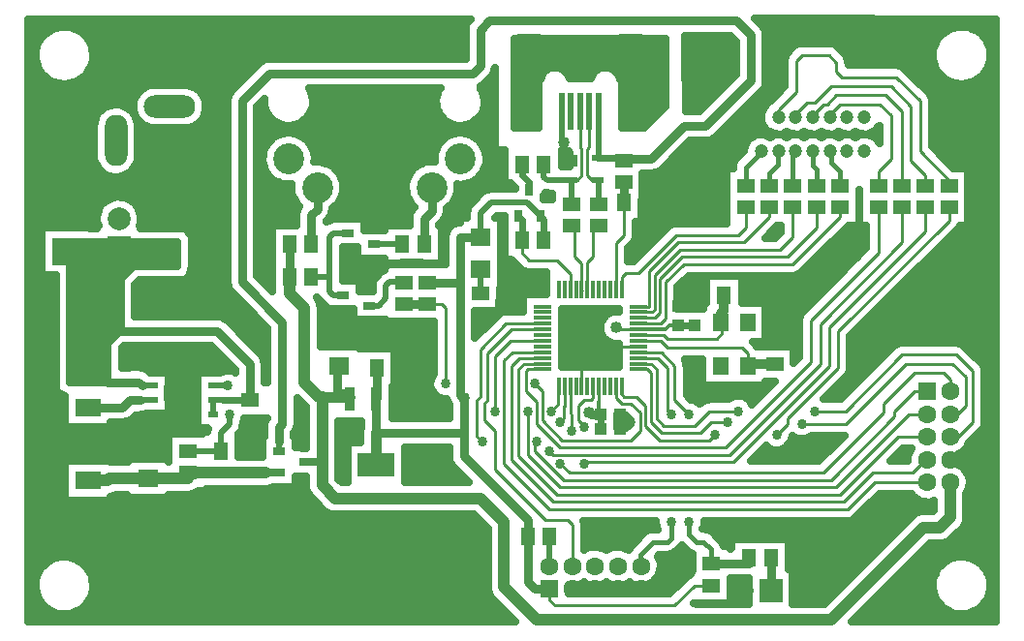
<source format=gbr>
G04 DipTrace 2.4.0.2*
%INmainboard_Top.gbr*%
%MOIN*%
%ADD13C,0.03*%
%ADD14C,0.036*%
%ADD15C,0.022*%
%ADD16C,0.014*%
%ADD17C,0.0118*%
%ADD18C,0.01*%
%ADD19C,0.02*%
%ADD20C,0.04*%
%ADD21C,0.026*%
%ADD22C,0.024*%
%ADD23C,0.0256*%
%ADD24C,0.032*%
%ADD25C,0.016*%
%ADD26C,0.039*%
%ADD27C,0.05*%
%ADD28C,0.07*%
%ADD29C,0.0236*%
%ADD30C,0.025*%
%ADD31R,0.0531X0.0531*%
%ADD32C,0.0531*%
%ADD33R,0.063X0.0709*%
%ADD34R,0.0591X0.0512*%
%ADD35R,0.0709X0.063*%
%ADD36R,0.0512X0.0591*%
%ADD37R,0.0433X0.0394*%
%ADD38R,0.0394X0.0433*%
%ADD39R,0.0945X0.0945*%
%ADD40C,0.0945*%
%ADD42R,0.0413X0.0256*%
%ADD43R,0.0394X0.0394*%
%ADD44R,0.0394X0.0236*%
%ADD46R,0.0354X0.0201*%
%ADD47R,0.1024X0.1378*%
%ADD48R,0.0374X0.0846*%
%ADD49R,0.128X0.0846*%
%ADD50O,0.1969X0.0787*%
%ADD51O,0.1772X0.0787*%
%ADD52O,0.0787X0.1772*%
%ADD53C,0.1063*%
%ADD54R,0.0197X0.1299*%
%ADD55R,0.0787X0.1299*%
%ADD56R,0.0787X0.0984*%
%ADD58C,0.0472*%
%ADD59C,0.0787*%
%ADD60R,0.0591X0.0591*%
%ADD61C,0.063*%
%ADD62R,0.0787X0.0787*%
%ADD63C,0.0787*%
%ADD64R,0.0866X0.063*%
%ADD65R,0.0256X0.0413*%
%ADD67R,0.063X0.0118*%
%ADD68R,0.0118X0.063*%
%ADD69R,0.0551X0.063*%
%ADD71C,0.034*%
%FSLAX44Y44*%
G04*
G70*
G90*
G75*
G01*
%LNTop*%
%LPD*%
X16045Y11734D2*
D13*
Y10608D1*
D14*
Y9451D1*
X21687Y18031D2*
D15*
X21810Y17908D1*
Y17187D1*
X16045Y11734D2*
D13*
X16063Y11752D1*
Y12811D1*
X27002Y14251D2*
D15*
X26437D1*
Y14250D1*
D16*
X26125D1*
D17*
X26002Y14127D1*
X25062D1*
X23752Y10688D2*
D15*
Y11188D1*
D16*
X23704Y11236D1*
Y11629D1*
D18*
Y12179D1*
X27566Y5313D2*
D13*
X27564Y5312D1*
X22001Y5187D2*
X21501D1*
X21251Y5437D1*
Y7000D1*
X22001Y5187D2*
D18*
Y4812D1*
X22189Y4625D1*
X26314D1*
X27002Y5312D1*
X27564D1*
X27566Y5313D1*
X17813Y15749D2*
D13*
X18939D1*
Y11875D1*
X19064Y11750D1*
Y10562D1*
X16091D1*
X16045Y10608D1*
X21687Y18031D2*
D19*
X21217Y18501D1*
X20001D1*
X19626Y18126D1*
Y17313D1*
X19638Y17302D1*
D13*
X18939D1*
Y15749D1*
X23752Y11188D2*
X23439D1*
X23377Y11250D1*
X24314Y14188D2*
D18*
X24378Y14125D1*
X25059D1*
X25062Y14127D1*
X19064Y10562D2*
D13*
Y9750D1*
X21251Y7562D1*
Y7000D1*
X13062Y17062D2*
X13064Y17060D1*
Y15937D1*
X14751Y12875D2*
X14688D1*
Y11938D1*
X15140D1*
Y11734D1*
X13064Y15937D2*
D20*
Y15373D1*
X13563Y14873D1*
Y12313D1*
X14064Y11812D1*
D14*
X14188D1*
X15140D1*
D15*
Y11734D1*
X13593Y9564D2*
D21*
X14188D1*
D20*
Y11812D1*
Y9564D2*
Y8750D1*
X14626Y8312D1*
X19626D1*
X20439Y7500D1*
Y5250D1*
X21564Y4125D1*
X31690D1*
X34878Y7312D1*
X35440D1*
X35787Y7659D1*
Y8850D1*
X25062Y14324D2*
D18*
X25824D1*
X26000Y14500D1*
Y15750D1*
X26626Y16376D1*
X30377D1*
X32002Y18001D1*
Y18316D1*
X25062Y14521D2*
X25647D1*
X25814Y14688D1*
Y15876D1*
X26564Y16626D1*
X30190D1*
X31190Y17626D1*
Y18316D1*
X25062Y14718D2*
X25532D1*
X25627Y14813D1*
Y16001D1*
X26502Y16876D1*
X29940D1*
X30377Y17313D1*
Y18316D1*
X29565D2*
Y18001D1*
X28690Y17126D1*
X26438D1*
X25437Y16125D1*
Y14915D1*
X25062D1*
X24491Y15486D2*
Y15928D1*
X24627Y16063D1*
X25064D1*
X26377Y17376D1*
X28502D1*
X28752Y17626D1*
Y18316D1*
X23687Y17687D2*
X23502Y17502D1*
Y16626D1*
X23310Y16434D1*
Y15486D1*
X23113D2*
X23125Y15474D1*
X22750Y17687D2*
X22876Y17560D1*
Y16626D1*
X23113Y16389D1*
Y15486D1*
X26937Y23625D2*
D13*
Y22687D1*
Y22000D2*
D15*
Y22687D1*
X8187Y10102D2*
D13*
Y11024D1*
D19*
X8350Y11187D1*
X15062Y16689D2*
D22*
X15314Y16437D1*
X15812D1*
Y15963D1*
D23*
Y15685D1*
X16811Y12811D2*
D13*
X16951Y12671D1*
Y11734D1*
X15812Y16437D2*
D22*
X15937D1*
X16811Y12811D2*
D13*
Y13563D1*
X15937D1*
Y13937D1*
X22500Y20562D2*
D19*
X22427Y20634D1*
Y21625D1*
X22750Y19937D2*
D15*
X22500Y20187D1*
Y20562D1*
X7727Y13188D2*
X7728Y13187D1*
X8475D1*
Y13022D1*
D19*
X8350D1*
Y12687D1*
Y11187D2*
X8638D1*
D15*
X8937D1*
X9156Y11406D1*
X9394Y11644D1*
Y11687D1*
Y11935D1*
X9437Y11978D1*
Y12687D1*
X10150D1*
D19*
X10437D1*
X9437D2*
D15*
X8638D1*
D19*
X8350D1*
X9437Y13250D2*
D15*
Y12687D1*
X11435Y9937D2*
Y10310D1*
X11569Y10444D1*
X11687Y10562D1*
Y10939D1*
X14751Y13978D2*
X15211D1*
X15626Y13563D1*
X15937D1*
X24421Y11188D2*
Y10688D1*
X26437Y14919D2*
X27002D1*
Y14920D1*
X29752Y14813D2*
D13*
Y13686D1*
X25062Y13537D2*
D18*
X24087D1*
X24062Y13562D1*
X26752Y15251D2*
D13*
Y14920D1*
X27002D1*
X19627Y14627D2*
Y14188D1*
X24421Y11188D2*
D19*
Y10938D1*
D13*
X24752D1*
X23113Y12179D2*
D18*
Y12926D1*
X23187Y13000D1*
X9187Y12187D2*
D15*
X9396Y11978D1*
X9437D1*
X9187Y11687D2*
X9156Y11656D1*
Y11406D1*
X9687Y11687D2*
X9394D1*
X9187Y11187D2*
X8937D1*
X25311Y18499D2*
D13*
X25373Y18437D1*
X26437D1*
X28752Y15313D2*
D24*
X29752D1*
X27566Y6061D2*
D13*
X28879D1*
Y6250D1*
X25062Y13340D2*
D18*
X25850D1*
X26314Y12875D1*
Y11688D1*
X26814Y11188D1*
Y7500D2*
D25*
Y7062D1*
X27064Y6812D1*
X27314D1*
X27566Y6561D1*
Y6061D1*
X17001Y15001D2*
D13*
X17813D1*
X24294Y12179D2*
D18*
Y11770D1*
X24502Y11563D1*
X24814D1*
X25127Y11250D1*
Y10625D1*
X24814Y10313D1*
X22439D1*
X21751Y11000D1*
Y12000D1*
X21501Y12250D1*
X18439D2*
Y14876D1*
X18314Y15001D1*
X17813D1*
X25062Y13734D2*
X25046Y13750D1*
X25062Y13734D2*
X25831D1*
X26064Y13501D1*
X28627D1*
X28815Y13313D1*
Y12875D1*
X29752Y12938D2*
D24*
X28877D1*
X28815Y12875D1*
X25062Y13931D2*
D18*
X25947D1*
X26064Y13813D1*
X27752D1*
X27940Y14001D1*
Y14341D1*
X27909Y14372D1*
D24*
Y14658D1*
X28002Y14751D1*
Y15311D1*
X28004Y15313D1*
X19638Y16200D2*
D19*
Y15385D1*
X19627Y15375D1*
X16937Y17062D2*
X16437D1*
X16436Y17063D1*
X15968D1*
X17685Y17062D2*
D13*
X17687Y17064D1*
Y17937D1*
X17953Y18203D1*
Y19015D1*
X14016D2*
Y18266D1*
X13810Y18060D1*
Y17062D1*
X13812Y15937D2*
D19*
X14437D1*
Y15437D1*
X14563Y15311D1*
X14906D1*
X14437Y15937D2*
Y17312D1*
X14562Y17437D1*
X15062D1*
X23057Y21625D2*
D18*
Y20397D1*
X23107Y20347D1*
Y19420D1*
X22955Y19268D1*
X22750D1*
D19*
Y18435D1*
X21811Y19813D2*
Y19375D1*
X21919Y19268D1*
X22750D1*
X23655D2*
D18*
X23466D1*
X23307Y19427D1*
Y20337D1*
X23372Y20402D1*
Y21625D1*
X23655Y19268D2*
D19*
X23687Y19236D1*
Y18435D1*
X21313Y18937D2*
D15*
Y19186D1*
X21063Y19436D1*
Y19813D1*
X21305Y23794D2*
D13*
X24809D1*
Y21625D2*
Y23794D1*
X25835Y23625D2*
X24978D1*
X24809Y23794D1*
X25835Y23625D2*
Y22687D1*
X21305Y23794D2*
Y21625D1*
X6125Y11437D2*
X7312D1*
X7562Y11687D1*
X7937D1*
D19*
X8350D1*
X9563Y9936D2*
X10687D1*
Y9937D1*
X10437Y12187D2*
X10937D1*
X11000Y11188D2*
Y10875D1*
X10687Y10562D1*
Y9937D1*
X8187Y9000D2*
D20*
X9563D1*
Y9188D1*
X6125Y8917D2*
X6792D1*
X6875Y9000D1*
X8187D1*
X9563Y9188D2*
D26*
X9565Y9190D1*
X12224D1*
D23*
X12688D1*
X10437Y11187D2*
D19*
Y11687D1*
X10764D1*
D22*
X11687D1*
X9063Y16813D2*
D27*
X7187D1*
D13*
Y16937D1*
X5375Y16813D2*
D28*
X7187D1*
X6625Y13188D2*
D19*
Y12500D1*
D13*
X6812Y12313D1*
X7875D1*
X8001Y12187D1*
D19*
X8350D1*
X11687Y11687D2*
D13*
Y12937D1*
X10561Y14063D1*
X6750D1*
Y13313D1*
X6625Y13188D1*
X6750Y14063D2*
D28*
Y16751D1*
D13*
X6936Y16937D1*
X7187D1*
X15812Y14937D2*
D19*
X16125D1*
X16376Y15188D1*
Y15626D1*
X16501Y15751D1*
X16999D1*
X17001Y15749D1*
X29627Y5125D2*
D13*
Y6250D1*
X30377Y19064D2*
D25*
Y20162D1*
X30471Y20256D1*
X31190Y19064D2*
Y19626D1*
X31065Y19751D1*
Y20253D1*
X31062Y20256D1*
X29881Y21437D2*
D18*
Y21693D1*
X30502Y22314D1*
Y23377D1*
X30690Y23564D1*
X31627D1*
X31877Y23314D1*
Y23002D1*
X32065Y22814D1*
X33935D1*
X34750Y22000D1*
Y20250D1*
X35753Y19246D1*
Y19064D1*
X30471Y21437D2*
Y21533D1*
X30877Y21939D1*
X31127D1*
X31690Y22501D1*
X33748D1*
X34437Y21812D1*
Y19937D1*
X34937Y19437D1*
Y19067D1*
X34940Y19064D1*
X29290Y20256D2*
D25*
Y20227D1*
X28752Y19689D1*
Y19064D1*
X31062Y21437D2*
D18*
Y21499D1*
X31440Y21876D1*
X31565D1*
X31877Y22189D1*
X33560D1*
X34128Y21621D1*
Y19064D1*
X31653Y21437D2*
Y21526D1*
X32002Y21876D1*
X33378D1*
X33753Y21501D1*
Y20001D1*
X33315Y19564D1*
Y19064D1*
X32002D2*
D25*
Y19564D1*
X31690Y19876D1*
Y20219D1*
X31653Y20256D1*
X29565Y19064D2*
Y19501D1*
X29877Y19814D1*
Y20252D1*
X29881Y20256D1*
X25062Y13143D2*
D18*
X25734D1*
X26064Y12813D1*
Y11310D1*
X26187Y11187D1*
Y7500D2*
D25*
Y6935D1*
X26064Y6812D1*
X25564D1*
X25127Y6375D1*
Y5999D1*
D18*
X25151Y5975D1*
X35000Y8850D2*
X34975Y8875D1*
X33190D1*
X32252Y7937D1*
X22001D1*
X20437Y9502D1*
Y13061D1*
X20716Y13340D1*
X21755D1*
X35000Y9637D2*
X34987Y9625D1*
X34937D1*
X34500Y9187D1*
X33127D1*
X32127Y8187D1*
X22126D1*
X20689Y9625D1*
Y12875D1*
X20957Y13143D1*
X21755D1*
X35000Y11212D2*
X34974Y11187D1*
X34377D1*
X31877Y8688D1*
X22376D1*
X21251Y9813D1*
Y11313D1*
X20126D2*
Y13188D1*
X20672Y13734D1*
X21755D1*
X35000Y12000D2*
X34562D1*
X33878Y11315D1*
Y11125D1*
X31690Y8938D1*
X22501D1*
X21501Y9938D1*
Y10250D1*
X21564Y10313D1*
Y10250D1*
X19689D2*
X19501Y10438D1*
Y11688D1*
X19626Y11813D1*
Y13438D1*
X20512Y14324D1*
X21755D1*
X35787Y12000D2*
Y12404D1*
X35565Y12625D1*
X34565D1*
X33503Y11563D1*
Y11250D1*
X31440Y9188D1*
X22689D1*
X22376Y9500D1*
Y10938D2*
X22501Y11063D1*
Y11500D1*
X22523Y11479D1*
Y12179D1*
X35787Y11212D2*
X35798Y11239D1*
X36054D1*
X36315Y11500D1*
Y12500D1*
X35878Y12938D1*
X34253D1*
X32190Y10875D1*
X30690D1*
X28127Y10938D2*
X27564D1*
X27189Y10563D1*
X25877D1*
X25502Y10938D1*
Y12625D1*
X25378Y12750D1*
X25062D1*
X35787Y10425D2*
X35800Y10438D1*
X36065D1*
X36565Y10938D1*
Y12688D1*
X36003Y13250D1*
X34128D1*
X32190Y11313D1*
X31127D1*
X28502D2*
X27502D1*
X27002Y10813D1*
X25939D1*
X25689Y11063D1*
Y12750D1*
X25493Y12946D1*
X25062D1*
X35000Y10425D2*
X34987Y10437D1*
X34000D1*
X32000Y8437D1*
X22251D1*
X20937Y9752D1*
Y12750D1*
X21134Y12946D1*
X21755D1*
Y12750D2*
X21250D1*
X21187Y12687D1*
Y12002D1*
X21564Y11625D1*
Y10875D1*
X22376Y10063D1*
X28065D1*
X31002Y13000D1*
Y14438D1*
X33315Y16751D1*
Y18316D1*
X34128D2*
Y17126D1*
X31315Y14313D1*
Y12938D1*
X28190Y9813D1*
X22126D1*
X22001Y9938D1*
X22064Y11313D2*
X22314Y11563D1*
Y12167D1*
X22326Y12179D1*
X23507D2*
X23500Y12171D1*
Y11750D1*
X23438Y11688D1*
X23189D1*
X23002Y11500D1*
Y11000D1*
X23127Y10875D1*
Y10750D1*
X23189D1*
Y9500D2*
Y9563D1*
X28315D1*
X31627Y12875D1*
Y14188D1*
X34940Y17501D1*
Y18316D1*
X24491Y12179D2*
X24500Y12170D1*
Y12378D1*
X35753Y18316D2*
Y17876D1*
X31940Y14063D1*
Y12813D1*
X30190Y11063D1*
Y10875D1*
X29815Y10500D1*
X27690D2*
X27502Y10313D1*
X25814D1*
X25314Y10813D1*
Y11500D1*
X25002Y11813D1*
X24564D1*
X24491Y11886D1*
Y12179D1*
X21755Y14127D2*
X20691D1*
X19876Y13313D1*
Y11688D1*
X19751Y11563D1*
Y11000D1*
X20126Y10625D1*
Y9313D1*
X21876Y7562D1*
X22626D1*
X22789Y7400D1*
Y5975D1*
X22719Y12179D2*
Y11220D1*
X22751Y11188D1*
Y10625D1*
X22001Y5975D2*
D19*
Y7000D1*
X21999D1*
X24562Y19937D2*
D13*
X24483Y20016D1*
D22*
X24002D1*
D29*
X23655D1*
D19*
X23687Y20048D1*
Y21625D1*
X12688Y9938D2*
Y10250D1*
D13*
Y10750D1*
X12813Y10875D1*
Y14376D1*
X11438Y15751D1*
Y22001D1*
X12375Y22939D1*
X19377D1*
X19625Y23187D1*
Y24437D1*
X19937Y24750D1*
X28437D1*
X28937Y24250D1*
Y22687D1*
X27375Y21125D1*
X26625D1*
X25500Y20000D1*
X24625D1*
X24562Y19937D1*
X20939Y18031D2*
D15*
X21062Y17908D1*
Y17187D1*
D18*
X21064Y17185D1*
Y16751D1*
X21314Y16501D1*
X22251D1*
X22719Y16033D1*
Y15486D1*
X24562Y19189D2*
D13*
Y19062D1*
X24563Y19061D1*
Y18499D1*
D18*
X24564Y18497D1*
Y17376D1*
X24294Y17106D1*
Y15486D1*
D20*
X23377Y11250D3*
X24314Y14188D3*
X19064Y11750D3*
X26937Y22000D3*
X15937Y16437D3*
Y13937D3*
Y16437D3*
X9437Y13250D3*
X11569Y10444D3*
X29752Y14813D3*
X24062Y13562D3*
X26752Y15251D3*
X11569Y10444D3*
X19627Y14188D3*
X24752Y10938D3*
X24062Y13562D3*
X23187Y13000D3*
D71*
X26814Y11188D3*
Y7500D3*
X21501Y12250D3*
X18439D3*
X10937Y12187D3*
X11000Y11188D3*
X26187Y11187D3*
Y7500D3*
X21251Y11313D3*
X20126D3*
X21564Y10250D3*
X19689D3*
X22376Y9500D3*
Y10938D3*
X30690Y10875D3*
X28127Y10938D3*
X31127Y11313D3*
X28502D3*
X22001Y9938D3*
X22064Y11313D3*
X23189Y10750D3*
Y9500D3*
X29815Y10500D3*
X27690D3*
X22751Y10625D3*
D20*
X23562Y14687D3*
X22625D3*
X22564Y14001D3*
X24062Y13000D3*
X24187Y7187D3*
X22500Y20562D3*
X9187Y12187D3*
X9687D3*
X9187Y11687D3*
X9687D3*
X9187Y11187D3*
X9688Y11188D3*
X27437Y18437D3*
X26937Y19437D3*
X26437Y18437D3*
X28687Y7187D3*
X29752Y15313D3*
X30937Y7187D3*
X32937D3*
X31690Y16376D3*
X30937Y5187D3*
X36187Y21437D3*
X35937Y16687D3*
Y14687D3*
X34187D3*
X32687Y13187D3*
X20876Y15751D3*
X6937Y23437D3*
X8937D3*
X10437D3*
X5437Y19187D3*
X8312Y20687D3*
X8687Y15187D3*
X10187D3*
X11437Y14187D3*
X4500Y15437D3*
Y13937D3*
Y12437D3*
Y10937D3*
Y9437D3*
X5687Y10187D3*
X6937D3*
X8187Y10625D3*
X7937Y7375D3*
Y5625D3*
X10937D3*
X13937D3*
X10937Y7375D3*
X13937D3*
X16937D3*
Y5625D3*
X14437Y21437D3*
X17437D3*
X9562Y20687D3*
X17376Y13938D3*
X8312Y18251D3*
X9562Y18249D3*
X27127Y12000D3*
X29002D3*
X20839Y23876D2*
D30*
X25976D1*
X20839Y23627D2*
X25976D1*
X20839Y23378D2*
X25976D1*
X20839Y23130D2*
X22055D1*
X22326D2*
X23785D1*
X24062D2*
X25976D1*
X20839Y22881D2*
X21723D1*
X22663D2*
X23453D1*
X24394D2*
X25976D1*
X20839Y22632D2*
X21601D1*
X24526D2*
X25976D1*
X20839Y22384D2*
X21601D1*
X24526D2*
X25976D1*
X20839Y22135D2*
X21601D1*
X24526D2*
X25976D1*
X20839Y21886D2*
X21601D1*
X24526D2*
X25976D1*
X20839Y21638D2*
X21601D1*
X24526D2*
X25812D1*
X20839Y21389D2*
X21601D1*
X24526D2*
X25562D1*
X20839Y21140D2*
X21601D1*
X24526D2*
X25312D1*
X23430Y22751D2*
X23484Y22892D1*
X23560Y22991D1*
X23658Y23068D1*
X23771Y23119D1*
X23894Y23142D1*
X24018Y23134D1*
X24137Y23096D1*
X24243Y23030D1*
X24330Y22940D1*
X24393Y22833D1*
X24417Y22746D1*
X24500Y22644D1*
X24502Y21064D1*
X25261D1*
X26002Y21803D1*
X26000Y24125D1*
X20812D1*
X20814Y21064D1*
X21626D1*
Y22626D1*
X21688Y22732D1*
X21752Y22892D1*
X21828Y22991D1*
X21925Y23068D1*
X22039Y23119D1*
X22162Y23142D1*
X22286Y23134D1*
X22405Y23096D1*
X22511Y23030D1*
X22598Y22940D1*
X22660Y22833D1*
X22683Y22754D1*
X23427Y22751D1*
X5525Y16877D2*
X9164D1*
X5525Y16629D2*
X9164D1*
X5525Y16380D2*
X9164D1*
X5525Y16131D2*
X7492D1*
X5525Y15882D2*
X7242D1*
X5525Y15634D2*
X7227D1*
X5525Y15385D2*
X7227D1*
X5525Y15136D2*
X7227D1*
X5525Y14888D2*
X7227D1*
X5525Y14639D2*
X7227D1*
X5525Y14390D2*
X7227D1*
X5525Y14142D2*
X7227D1*
X5525Y13893D2*
X7004D1*
X5525Y13644D2*
X6789D1*
X5525Y13396D2*
X6789D1*
X5525Y13147D2*
X6789D1*
X5525Y12898D2*
X6789D1*
X5525Y12650D2*
X6789D1*
X5525Y12401D2*
X6789D1*
X5500Y16751D2*
Y12313D1*
X6812D1*
X6814Y13629D1*
X6849Y13714D1*
X7252Y14117D1*
X7250Y15688D1*
X7252Y15817D1*
X7286Y15902D1*
X7665Y16278D1*
X7750Y16313D1*
X9188D1*
Y17126D1*
X5500D1*
Y16751D1*
X4087Y24573D2*
X19113D1*
X29351D2*
X37351D1*
X4087Y24325D2*
X4664D1*
X5960D2*
X19094D1*
X29460D2*
X35539D1*
X36835D2*
X37351D1*
X4087Y24076D2*
X4449D1*
X6179D2*
X19094D1*
X26683D2*
X28371D1*
X29468D2*
X35320D1*
X37054D2*
X37351D1*
X4087Y23827D2*
X4340D1*
X6284D2*
X19094D1*
X26687D2*
X28406D1*
X29468D2*
X30355D1*
X31960D2*
X35215D1*
X37159D2*
X37351D1*
X4087Y23579D2*
X4301D1*
X6323D2*
X19094D1*
X26691D2*
X28406D1*
X29468D2*
X30125D1*
X32210D2*
X35176D1*
X37198D2*
X37351D1*
X4087Y23330D2*
X4332D1*
X6296D2*
X12031D1*
X26691D2*
X28406D1*
X29468D2*
X30074D1*
X32308D2*
X35203D1*
X37171D2*
X37351D1*
X4087Y23081D2*
X4426D1*
X6198D2*
X11777D1*
X26694D2*
X28406D1*
X29468D2*
X30074D1*
X34265D2*
X35301D1*
X37073D2*
X37351D1*
X4087Y22832D2*
X4625D1*
X5999D2*
X11531D1*
X20011D2*
X20102D1*
X26698D2*
X28344D1*
X29468D2*
X30074D1*
X34515D2*
X35500D1*
X36874D2*
X37351D1*
X4087Y22584D2*
X5172D1*
X5451D2*
X11281D1*
X19761D2*
X20101D1*
X26702D2*
X28094D1*
X29456D2*
X30074D1*
X34765D2*
X36047D1*
X36326D2*
X37351D1*
X4087Y22335D2*
X7898D1*
X9976D2*
X11035D1*
X13800D2*
X18172D1*
X19702D2*
X20101D1*
X26706D2*
X27848D1*
X29323D2*
X29926D1*
X35011D2*
X37351D1*
X4087Y22086D2*
X7730D1*
X10144D2*
X10914D1*
X13874D2*
X18094D1*
X19780D2*
X20101D1*
X26706D2*
X27598D1*
X29077D2*
X29676D1*
X35171D2*
X37351D1*
X4087Y21838D2*
X6887D1*
X7288D2*
X7672D1*
X10202D2*
X10906D1*
X12015D2*
X12191D1*
X13874D2*
X18094D1*
X19780D2*
X20101D1*
X26710D2*
X27348D1*
X28827D2*
X29422D1*
X35179D2*
X37351D1*
X4087Y21589D2*
X6484D1*
X10171D2*
X10906D1*
X11968D2*
X12269D1*
X13792D2*
X18176D1*
X19698D2*
X20101D1*
X28577D2*
X29285D1*
X35179D2*
X37351D1*
X4087Y21340D2*
X6348D1*
X10046D2*
X10906D1*
X11968D2*
X12469D1*
X13597D2*
X18371D1*
X19503D2*
X20101D1*
X28331D2*
X29273D1*
X35179D2*
X37351D1*
X4087Y21092D2*
X6312D1*
X7858D2*
X8176D1*
X9698D2*
X10906D1*
X11968D2*
X20101D1*
X28081D2*
X29375D1*
X35179D2*
X37351D1*
X4087Y20843D2*
X6312D1*
X7858D2*
X10906D1*
X11968D2*
X12734D1*
X13327D2*
X18641D1*
X19233D2*
X20101D1*
X27831D2*
X29195D1*
X29384D2*
X29785D1*
X29976D2*
X30379D1*
X30565D2*
X30969D1*
X31155D2*
X31558D1*
X31748D2*
X32148D1*
X32339D2*
X32738D1*
X32927D2*
X33324D1*
X35179D2*
X37351D1*
X4087Y20594D2*
X6312D1*
X7858D2*
X10906D1*
X11968D2*
X12348D1*
X13714D2*
X18254D1*
X19620D2*
X20101D1*
X26835D2*
X28781D1*
X35179D2*
X37351D1*
X4087Y20346D2*
X6312D1*
X7858D2*
X10906D1*
X11968D2*
X12191D1*
X13874D2*
X18098D1*
X19776D2*
X20098D1*
X26585D2*
X28680D1*
X35253D2*
X37351D1*
X4087Y20097D2*
X6312D1*
X7858D2*
X10906D1*
X11968D2*
X12128D1*
X13937D2*
X18031D1*
X19843D2*
X20426D1*
X22448D2*
X22676D1*
X26335D2*
X28519D1*
X35499D2*
X37351D1*
X4087Y19848D2*
X6367D1*
X7808D2*
X10906D1*
X11968D2*
X12135D1*
X14343D2*
X17625D1*
X19835D2*
X20426D1*
X22448D2*
X22676D1*
X26089D2*
X28324D1*
X35749D2*
X37351D1*
X4087Y19600D2*
X6531D1*
X7644D2*
X10906D1*
X11968D2*
X12215D1*
X14706D2*
X17262D1*
X19753D2*
X20426D1*
X25831D2*
X28078D1*
X36429D2*
X37351D1*
X4087Y19351D2*
X10906D1*
X11968D2*
X12402D1*
X14862D2*
X17105D1*
X19566D2*
X20426D1*
X25237D2*
X28078D1*
X36429D2*
X37351D1*
X4087Y19102D2*
X10906D1*
X11968D2*
X13109D1*
X14921D2*
X17047D1*
X18858D2*
X20715D1*
X25237D2*
X28078D1*
X36429D2*
X37351D1*
X4087Y18853D2*
X10906D1*
X11968D2*
X13121D1*
X14913D2*
X17055D1*
X18851D2*
X19687D1*
X25237D2*
X28078D1*
X36429D2*
X37351D1*
X4087Y18605D2*
X6824D1*
X7550D2*
X10906D1*
X11968D2*
X13207D1*
X14827D2*
X17141D1*
X18765D2*
X19437D1*
X21819D2*
X22074D1*
X25237D2*
X28078D1*
X36429D2*
X37351D1*
X4087Y18356D2*
X6543D1*
X7831D2*
X10906D1*
X11968D2*
X13375D1*
X14632D2*
X17336D1*
X18569D2*
X19207D1*
X25198D2*
X28078D1*
X36429D2*
X37351D1*
X4087Y18107D2*
X6433D1*
X7941D2*
X10906D1*
X11968D2*
X13281D1*
X14519D2*
X17187D1*
X18472D2*
X19144D1*
X25198D2*
X28078D1*
X36429D2*
X37351D1*
X4087Y17859D2*
X6418D1*
X7956D2*
X10906D1*
X11968D2*
X13281D1*
X15648D2*
X17156D1*
X18347D2*
X18902D1*
X25198D2*
X28078D1*
X36429D2*
X37351D1*
X4087Y17610D2*
X4523D1*
X6226D2*
X6414D1*
X7960D2*
X10906D1*
X11968D2*
X12426D1*
X15648D2*
X16301D1*
X18319D2*
X18512D1*
X24995D2*
X26012D1*
X29773D2*
X29949D1*
X32210D2*
X32887D1*
X36085D2*
X37351D1*
X4087Y17361D2*
X4523D1*
X9710D2*
X10906D1*
X11968D2*
X12426D1*
X18319D2*
X18414D1*
X24995D2*
X25766D1*
X29523D2*
X29828D1*
X31960D2*
X32887D1*
X35835D2*
X37351D1*
X4087Y17113D2*
X4523D1*
X9710D2*
X10906D1*
X11968D2*
X12426D1*
X18319D2*
X18410D1*
X24898D2*
X25516D1*
X31710D2*
X32887D1*
X35589D2*
X37351D1*
X4087Y16864D2*
X4523D1*
X9710D2*
X10906D1*
X11968D2*
X12426D1*
X14917D2*
X15383D1*
X18319D2*
X18410D1*
X24726D2*
X25266D1*
X31464D2*
X32832D1*
X35339D2*
X37351D1*
X4087Y16615D2*
X4523D1*
X9710D2*
X10906D1*
X11968D2*
X12426D1*
X14917D2*
X15383D1*
X18319D2*
X18410D1*
X24726D2*
X25019D1*
X31214D2*
X32582D1*
X35089D2*
X37351D1*
X4087Y16367D2*
X4523D1*
X9710D2*
X10906D1*
X11968D2*
X12430D1*
X14917D2*
X18410D1*
X20370D2*
X20851D1*
X30964D2*
X32332D1*
X34843D2*
X37351D1*
X4087Y16118D2*
X4523D1*
X9687D2*
X10906D1*
X11968D2*
X12430D1*
X14917D2*
X16207D1*
X20370D2*
X21156D1*
X30718D2*
X32086D1*
X34593D2*
X37351D1*
X4087Y15869D2*
X4996D1*
X9491D2*
X10906D1*
X12058D2*
X12430D1*
X14917D2*
X15965D1*
X20370D2*
X21887D1*
X26718D2*
X27367D1*
X28640D2*
X31836D1*
X34343D2*
X37351D1*
X4087Y15621D2*
X4996D1*
X7753D2*
X10926D1*
X12308D2*
X12430D1*
X15491D2*
X15894D1*
X20370D2*
X21887D1*
X26468D2*
X27367D1*
X28640D2*
X31586D1*
X34097D2*
X37351D1*
X4087Y15372D2*
X4996D1*
X7753D2*
X11078D1*
X20304D2*
X21887D1*
X26429D2*
X27367D1*
X28640D2*
X31340D1*
X33847D2*
X37351D1*
X4087Y15123D2*
X4996D1*
X7753D2*
X11328D1*
X20304D2*
X21058D1*
X26429D2*
X27367D1*
X28640D2*
X31090D1*
X33597D2*
X37351D1*
X4087Y14874D2*
X4996D1*
X7753D2*
X11574D1*
X14144D2*
X14320D1*
X20304D2*
X21058D1*
X26429D2*
X27254D1*
X29472D2*
X30840D1*
X33351D2*
X37351D1*
X4087Y14626D2*
X4996D1*
X7753D2*
X11824D1*
X14144D2*
X15226D1*
X19468D2*
X20219D1*
X22448D2*
X23949D1*
X29472D2*
X30617D1*
X33101D2*
X37351D1*
X4087Y14377D2*
X4996D1*
X10987D2*
X12074D1*
X14144D2*
X18008D1*
X19468D2*
X19969D1*
X22448D2*
X23766D1*
X29472D2*
X30574D1*
X32851D2*
X37351D1*
X4087Y14128D2*
X4996D1*
X11233D2*
X12281D1*
X14144D2*
X18008D1*
X19468D2*
X19719D1*
X22448D2*
X23738D1*
X29472D2*
X30574D1*
X32605D2*
X37351D1*
X4087Y13880D2*
X4996D1*
X11483D2*
X12281D1*
X14144D2*
X18008D1*
X22448D2*
X23828D1*
X29472D2*
X30574D1*
X32370D2*
X37351D1*
X4087Y13631D2*
X4996D1*
X11733D2*
X12281D1*
X14144D2*
X18008D1*
X22448D2*
X24367D1*
X29093D2*
X30574D1*
X32370D2*
X33965D1*
X36167D2*
X37351D1*
X4087Y13382D2*
X4996D1*
X7319D2*
X10504D1*
X11980D2*
X12281D1*
X16698D2*
X18008D1*
X22448D2*
X24367D1*
X30429D2*
X30574D1*
X32370D2*
X33660D1*
X36468D2*
X37351D1*
X4087Y13134D2*
X4996D1*
X7319D2*
X10750D1*
X12179D2*
X12285D1*
X16698D2*
X18008D1*
X22448D2*
X24367D1*
X30429D2*
X30539D1*
X32370D2*
X33414D1*
X36718D2*
X37351D1*
X4087Y12885D2*
X4996D1*
X7319D2*
X11000D1*
X16698D2*
X18008D1*
X22448D2*
X24367D1*
X26745D2*
X27254D1*
X32370D2*
X33164D1*
X36944D2*
X37351D1*
X4087Y12636D2*
X4996D1*
X8909D2*
X9879D1*
X16698D2*
X18008D1*
X26745D2*
X27254D1*
X32331D2*
X32914D1*
X36995D2*
X37351D1*
X4087Y12388D2*
X4996D1*
X8909D2*
X9879D1*
X16698D2*
X17906D1*
X26745D2*
X27254D1*
X32112D2*
X32668D1*
X36995D2*
X37351D1*
X4087Y12139D2*
X5000D1*
X8909D2*
X9879D1*
X16612D2*
X17902D1*
X26745D2*
X29543D1*
X31862D2*
X32418D1*
X36995D2*
X37351D1*
X4087Y11890D2*
X5156D1*
X8909D2*
X9879D1*
X16612D2*
X18031D1*
X26745D2*
X29293D1*
X31616D2*
X32168D1*
X36995D2*
X37351D1*
X4087Y11642D2*
X5312D1*
X8909D2*
X9879D1*
X13343D2*
X13426D1*
X16612D2*
X18465D1*
X27105D2*
X27240D1*
X28937D2*
X29047D1*
X36995D2*
X37351D1*
X4087Y11393D2*
X5312D1*
X8909D2*
X9879D1*
X13343D2*
X13609D1*
X16612D2*
X18535D1*
X36995D2*
X37351D1*
X4087Y11144D2*
X5312D1*
X7757D2*
X9879D1*
X13343D2*
X13609D1*
X16612D2*
X18535D1*
X24347D2*
X24637D1*
X36995D2*
X37351D1*
X4087Y10895D2*
X5312D1*
X6937D2*
X9879D1*
X11480D2*
X12180D1*
X13343D2*
X13609D1*
X14769D2*
X15516D1*
X24347D2*
X24695D1*
X36991D2*
X37351D1*
X4087Y10647D2*
X10215D1*
X11417D2*
X12156D1*
X13288D2*
X13609D1*
X14769D2*
X15488D1*
X36870D2*
X37351D1*
X4087Y10398D2*
X8887D1*
X11323D2*
X12101D1*
X13276D2*
X13609D1*
X14769D2*
X15484D1*
X30355D2*
X30446D1*
X30933D2*
X32055D1*
X36624D2*
X37351D1*
X4087Y10149D2*
X8887D1*
X11323D2*
X12101D1*
X13276D2*
X13609D1*
X14769D2*
X15027D1*
X30230D2*
X31805D1*
X36421D2*
X37351D1*
X4087Y9901D2*
X8887D1*
X11323D2*
X12101D1*
X14769D2*
X15027D1*
X17066D2*
X18535D1*
X29249D2*
X31555D1*
X34062D2*
X34359D1*
X36230D2*
X37351D1*
X4087Y9652D2*
X7453D1*
X14769D2*
X15027D1*
X17066D2*
X18543D1*
X29003D2*
X31308D1*
X33812D2*
X34305D1*
X35694D2*
X37351D1*
X4087Y9403D2*
X5312D1*
X14769D2*
X15027D1*
X17066D2*
X18672D1*
X36191D2*
X37351D1*
X4087Y9155D2*
X5312D1*
X14769D2*
X15027D1*
X17066D2*
X18922D1*
X36409D2*
X37351D1*
X4087Y8906D2*
X5312D1*
X13276D2*
X13609D1*
X14843D2*
X15026D1*
X17066D2*
X19168D1*
X36480D2*
X37351D1*
X4087Y8657D2*
X5312D1*
X12386D2*
X13617D1*
X36452D2*
X37351D1*
X4087Y8409D2*
X5312D1*
X7038D2*
X7453D1*
X8921D2*
X13726D1*
X33319D2*
X34469D1*
X36366D2*
X37351D1*
X4087Y8160D2*
X13969D1*
X33073D2*
X35207D1*
X36366D2*
X37351D1*
X4087Y7911D2*
X14219D1*
X32823D2*
X35207D1*
X36366D2*
X37351D1*
X4087Y7663D2*
X19465D1*
X32573D2*
X34418D1*
X36366D2*
X37351D1*
X4087Y7414D2*
X19715D1*
X23218D2*
X25644D1*
X27358D2*
X34168D1*
X36312D2*
X37351D1*
X4087Y7165D2*
X19859D1*
X23218D2*
X25285D1*
X27593D2*
X33922D1*
X36105D2*
X37351D1*
X4087Y6916D2*
X19859D1*
X23218D2*
X25027D1*
X27851D2*
X33672D1*
X35855D2*
X37351D1*
X4087Y6668D2*
X19859D1*
X23218D2*
X24781D1*
X30265D2*
X33422D1*
X35042D2*
X37351D1*
X4087Y6419D2*
X19859D1*
X26276D2*
X26855D1*
X30265D2*
X33176D1*
X34796D2*
X37351D1*
X4087Y6170D2*
X4805D1*
X5819D2*
X19859D1*
X25816D2*
X26891D1*
X30265D2*
X32926D1*
X34546D2*
X35680D1*
X36694D2*
X37351D1*
X4087Y5922D2*
X4516D1*
X6112D2*
X19859D1*
X25843D2*
X26891D1*
X30265D2*
X32676D1*
X34296D2*
X35387D1*
X36987D2*
X37351D1*
X4087Y5673D2*
X4371D1*
X6253D2*
X19859D1*
X25773D2*
X26793D1*
X30401D2*
X32430D1*
X34050D2*
X35246D1*
X37128D2*
X37351D1*
X4087Y5424D2*
X4308D1*
X6316D2*
X19859D1*
X25558D2*
X26516D1*
X28241D2*
X28855D1*
X30401D2*
X32180D1*
X33800D2*
X35183D1*
X37191D2*
X37351D1*
X4087Y5176D2*
X4312D1*
X6312D2*
X19863D1*
X22675D2*
X26269D1*
X28241D2*
X28855D1*
X30401D2*
X31930D1*
X33550D2*
X35187D1*
X37187D2*
X37351D1*
X4087Y4927D2*
X4383D1*
X6245D2*
X19961D1*
X28241D2*
X28855D1*
X30401D2*
X31683D1*
X33304D2*
X35254D1*
X37120D2*
X37351D1*
X4087Y4678D2*
X4535D1*
X6093D2*
X20199D1*
X33054D2*
X35410D1*
X36964D2*
X37351D1*
X4087Y4430D2*
X4851D1*
X5773D2*
X20449D1*
X32804D2*
X35726D1*
X36648D2*
X37351D1*
X4087Y4181D2*
X20699D1*
X32558D2*
X37351D1*
X9614Y17434D2*
X9683D1*
Y16193D1*
X9668Y16188D1*
X9646Y16066D1*
X9583Y15958D1*
X9487Y15879D1*
X9366Y15838D1*
X9063Y15833D1*
X7895D1*
X7728Y15664D1*
X7730Y14567D1*
X10561Y14568D1*
X10685Y14553D1*
X10801Y14508D1*
X10918Y14420D1*
X12044Y13294D1*
X12121Y13196D1*
X12171Y13082D1*
X12192Y12937D1*
Y12300D1*
X12307Y12298D1*
X12308Y14168D1*
X11081Y15394D1*
X11004Y15492D1*
X10954Y15606D1*
X10933Y15751D1*
Y22001D1*
X10948Y22125D1*
X10993Y22241D1*
X11081Y22359D1*
X12018Y23296D1*
X12117Y23373D1*
X12231Y23423D1*
X12375Y23444D1*
X19121D1*
X19119Y24437D1*
X19135Y24561D1*
X19180Y24677D1*
X19287Y24814D1*
X4062D1*
Y4062D1*
X20839D1*
X20046Y4857D1*
X19969Y4955D1*
X19915Y5067D1*
X19887Y5193D1*
X19884Y5875D1*
Y7269D1*
X19397Y7756D1*
X14626Y7757D1*
X14502Y7771D1*
X14384Y7813D1*
X14276Y7882D1*
X13796Y8358D1*
X13718Y8455D1*
X13664Y8568D1*
X13636Y8693D1*
X13633Y9082D1*
X13253Y9081D1*
X13250Y8707D1*
X12488D1*
X12326Y8649D1*
X12099Y8640D1*
X10212D1*
X10213Y8577D1*
X9920D1*
X9801Y8499D1*
X9684Y8458D1*
X9563Y8445D1*
X8895D1*
X8897Y8330D1*
X7478D1*
Y8443D1*
X7082Y8445D1*
X6990Y8399D1*
X6913Y8376D1*
Y8247D1*
X5336D1*
Y9587D1*
X6913D1*
Y9552D1*
X7481Y9555D1*
X7478Y9670D1*
X8897D1*
Y9557D1*
X8912Y9575D1*
Y10547D1*
X10072D1*
X10076Y10587D1*
X10236D1*
X10249Y10685D1*
X10219Y10732D1*
X9905D1*
X9909Y11642D1*
X9905Y11732D1*
X9909Y12142D1*
X9905Y12232D1*
Y12642D1*
X10674D1*
X10838Y12703D1*
X10963Y12711D1*
X11086Y12691D1*
X11182Y12649D1*
Y12730D1*
X10349Y13560D1*
X9061Y13558D1*
X7370D1*
X7297Y13483D1*
X7295Y12815D1*
X7875Y12818D1*
X7999Y12803D1*
X8115Y12757D1*
X8232Y12670D1*
X8261Y12641D1*
X8883Y12642D1*
X8879Y11732D1*
X8883Y11642D1*
Y11232D1*
X8143Y11226D1*
X8023Y11189D1*
X7769Y11182D1*
X7669Y11080D1*
X7571Y11003D1*
X7457Y10953D1*
X7312Y10932D1*
X6910D1*
X6913Y10767D1*
X5336D1*
Y11833D1*
X5192Y11884D1*
X5098Y11965D1*
X5038Y12074D1*
X5020Y12188D1*
Y15989D1*
X4547Y15986D1*
Y17641D1*
X6202D1*
Y17606D1*
X6441D1*
X6438Y17686D1*
X6481D1*
X6445Y17835D1*
X6439Y17960D1*
X6453Y18084D1*
X6487Y18204D1*
X6541Y18316D1*
X6613Y18418D1*
X6701Y18507D1*
X6803Y18580D1*
X6915Y18635D1*
X7035Y18670D1*
X7158Y18685D1*
X7283Y18680D1*
X7405Y18653D1*
X7521Y18607D1*
X7628Y18542D1*
X7722Y18461D1*
X7802Y18364D1*
X7864Y18256D1*
X7908Y18139D1*
X7932Y18017D1*
X7936Y17937D1*
X7925Y17813D1*
X7893Y17688D1*
X7936Y17686D1*
Y17604D1*
X9313Y17606D1*
X9435Y17584D1*
X9545Y17519D1*
X9496Y17555D1*
X9591Y17470D1*
X12302Y11076D2*
X11513D1*
X11456Y10931D1*
X11438Y10752D1*
X11386Y10635D1*
X11322Y10553D1*
X11297Y10529D1*
X11298Y9740D1*
X12123D1*
X12126Y10421D1*
X12185D1*
X12183Y10750D1*
X12198Y10874D1*
X12232Y10967D1*
X12296Y11068D1*
X14115Y13545D2*
X15460D1*
Y13463D1*
X16674Y13461D1*
Y12161D1*
X16584D1*
X16587Y11638D1*
X16591Y11067D1*
X18556D1*
X18559Y11519D1*
X18458Y11721D1*
X18476Y11673D1*
X18388Y11728D1*
X18267Y11754D1*
X18154Y11809D1*
X18058Y11888D1*
X17984Y11988D1*
X17935Y12103D1*
X17914Y12226D1*
X17923Y12350D1*
X17961Y12469D1*
X18034Y12584D1*
X18033Y14387D1*
X17163Y14390D1*
X16351D1*
Y14456D1*
X15250Y14454D1*
Y14825D1*
X14468Y14828D1*
X14345D1*
X14339Y14915D1*
X14241Y14989D1*
X14115Y15115D1*
X14042Y15213D1*
X14000Y15216D1*
X14065Y15110D1*
X14105Y14991D1*
X14118Y14873D1*
Y13541D1*
X29145Y13549D2*
X30403D1*
Y12975D1*
X30598Y13169D1*
X30597Y14438D1*
X30616Y14561D1*
X30675Y14675D1*
X30804Y14813D1*
X32912Y16920D1*
X32910Y17708D1*
X32665Y17705D1*
X32669Y18927D1*
X32653D1*
Y17705D1*
X32282D1*
X30664Y16089D1*
X30563Y16016D1*
X30441Y15976D1*
X30252Y15971D1*
X26795D1*
X26407Y15584D1*
X26405Y14824D1*
X27282Y14822D1*
X27278Y15042D1*
X27392D1*
X27393Y15964D1*
X28615D1*
Y15038D1*
X29184Y15042D1*
X29445D1*
Y13701D1*
X29002Y13699D1*
X29133Y13562D1*
X29758Y12327D2*
X29446D1*
X29445Y12205D1*
X28184Y12209D1*
X27915Y12205D1*
X27278D1*
Y13092D1*
X26752Y13095D1*
X26654D1*
X26714Y12943D1*
X26719Y12750D1*
Y11856D1*
X26863Y11712D1*
X26963Y11691D1*
X27078Y11642D1*
X27180Y11564D1*
X27316Y11673D1*
X27438Y11712D1*
X27627Y11718D1*
X28170D1*
X28284Y11791D1*
X28403Y11828D1*
X28528Y11837D1*
X28651Y11816D1*
X28765Y11767D1*
X28865Y11692D1*
X28944Y11596D1*
X28970Y11543D1*
X29759Y12330D1*
X24323Y11197D2*
Y10717D1*
X24646Y10718D1*
X24724Y10795D1*
X24722Y11082D1*
X24644Y11160D1*
X24502Y11158D1*
X24375Y11179D1*
X24333Y11195D1*
X24323Y10990D1*
Y10740D1*
X13192Y10421D2*
X13250D1*
Y10050D1*
X13636Y10049D1*
X13633Y10439D1*
Y11458D1*
X13321Y11770D1*
X13318Y10875D1*
X13303Y10752D1*
X13269Y10658D1*
X13205Y10557D1*
X13193Y10500D1*
Y10418D1*
X20346Y16870D2*
X20347Y15530D1*
X20281D1*
X20278Y14764D1*
X19445D1*
X19444Y13831D1*
X20226Y14611D1*
X20327Y14684D1*
X20449Y14724D1*
X20637Y14729D1*
X21085Y14732D1*
X21089Y14935D1*
X21085Y15132D1*
Y15329D1*
X21909D1*
X21912Y16097D1*
X21314Y16096D1*
X21191Y16115D1*
X21077Y16173D1*
X20939Y16303D1*
X20745Y16502D1*
X20673Y16537D1*
X20451D1*
X20456Y18044D1*
X20190Y18046D1*
X20116Y17972D1*
X20347D1*
X20343Y16632D1*
X22420Y19741D2*
X22701D1*
X22702Y20205D1*
X22678Y20256D1*
X22562Y20312D1*
X22425D1*
X22422Y19741D1*
X15543Y10956D2*
X15503Y10960D1*
X14932Y10956D1*
X14740D1*
X14743Y10187D1*
Y8982D1*
X14854Y8869D1*
X15051Y8868D1*
X15050Y10229D1*
X15507D1*
X15510Y10608D1*
X15526Y10735D1*
X15540Y10858D1*
Y10955D1*
X17040Y10053D2*
Y8866D1*
X19231Y8868D1*
X18706Y9393D1*
X18630Y9491D1*
X18580Y9605D1*
X18559Y9750D1*
Y10059D1*
X17036Y10057D1*
X8445Y21053D2*
X8371Y21054D1*
X8248Y21077D1*
X8131Y21119D1*
X8022Y21181D1*
X7926Y21260D1*
X7843Y21354D1*
X7777Y21460D1*
X7730Y21575D1*
X7703Y21697D1*
X7696Y21822D1*
X7711Y21946D1*
X7745Y22066D1*
X7799Y22178D1*
X7871Y22280D1*
X7959Y22369D1*
X8061Y22442D1*
X8173Y22497D1*
X8292Y22532D1*
X8445Y22548D1*
X9525Y22542D1*
X9647Y22515D1*
X9763Y22469D1*
X9870Y22404D1*
X9964Y22323D1*
X10044Y22226D1*
X10106Y22118D1*
X10150Y22001D1*
X10174Y21879D1*
X10178Y21799D1*
X10168Y21675D1*
X10137Y21554D1*
X10086Y21440D1*
X10017Y21336D1*
X9932Y21244D1*
X9833Y21168D1*
X9722Y21110D1*
X9604Y21071D1*
X9430Y21053D1*
X8679Y21050D1*
X8445Y21054D1*
X6339Y21113D2*
X6352Y21257D1*
X6387Y21377D1*
X6441Y21489D1*
X6513Y21591D1*
X6601Y21680D1*
X6702Y21753D1*
X6814Y21808D1*
X6934Y21843D1*
X7058Y21858D1*
X7183Y21853D1*
X7305Y21827D1*
X7421Y21780D1*
X7528Y21715D1*
X7622Y21634D1*
X7702Y21538D1*
X7764Y21429D1*
X7808Y21312D1*
X7831Y21190D1*
X7835Y20860D1*
X7831Y20126D1*
X7825Y20002D1*
X7794Y19881D1*
X7743Y19766D1*
X7675Y19662D1*
X7589Y19571D1*
X7490Y19495D1*
X7380Y19437D1*
X7261Y19398D1*
X7138Y19379D1*
X7013Y19381D1*
X6890Y19403D1*
X6773Y19446D1*
X6664Y19508D1*
X6567Y19587D1*
X6485Y19680D1*
X6419Y19786D1*
X6372Y19902D1*
X6345Y20024D1*
X6338Y20251D1*
X6342Y21110D1*
X31356Y20924D2*
X31238Y20873D1*
X31116Y20848D1*
X30991Y20850D1*
X30869Y20878D1*
X30762Y20922D1*
X30648Y20873D1*
X30525Y20848D1*
X30400Y20850D1*
X30279Y20878D1*
X30172Y20922D1*
X30057Y20873D1*
X29935Y20848D1*
X29810Y20850D1*
X29688Y20878D1*
X29575Y20931D1*
X29476Y21006D1*
X29395Y21101D1*
X29335Y21210D1*
X29299Y21330D1*
X29290Y21454D1*
X29307Y21578D1*
X29349Y21695D1*
X29415Y21801D1*
X29502Y21891D1*
X29544Y21919D1*
X29683Y22067D1*
X30100Y22484D1*
X30097Y23377D1*
X30116Y23500D1*
X30175Y23614D1*
X30304Y23751D1*
X30403Y23850D1*
X30504Y23924D1*
X30626Y23963D1*
X30815Y23969D1*
X31627D1*
X31750Y23950D1*
X31865Y23892D1*
X32002Y23762D1*
X32164Y23600D1*
X32237Y23500D1*
X32277Y23378D1*
X32283Y23216D1*
X33190Y23219D1*
X33935D1*
X34058Y23200D1*
X34172Y23142D1*
X34310Y23012D1*
X35036Y22286D1*
X35109Y22185D1*
X35149Y22063D1*
X35155Y21875D1*
Y20417D1*
X35895Y19677D1*
X36403Y19675D1*
X36399Y18453D1*
X36403Y18052D1*
Y17705D1*
X36118D1*
X36055Y17606D1*
X32346Y13897D1*
X32345Y12813D1*
X32326Y12690D1*
X32268Y12576D1*
X32138Y12438D1*
X31439Y11739D1*
X31502Y11718D1*
X32022D1*
X33841Y13537D1*
X33942Y13610D1*
X34064Y13650D1*
X34253Y13656D1*
X36003D1*
X36126Y13636D1*
X36240Y13578D1*
X36378Y13449D1*
X36852Y12974D1*
X36925Y12874D1*
X36965Y12752D1*
X36971Y12563D1*
Y10938D1*
X36951Y10815D1*
X36893Y10701D1*
X36763Y10563D1*
X36429Y10229D1*
X36355Y10069D1*
X36279Y9970D1*
X36186Y9886D1*
X36079Y9822D1*
X35962Y9778D1*
X35839Y9757D1*
X35715Y9759D1*
X35657Y9770D1*
X35670Y9637D1*
X35657Y9509D1*
X35754Y9519D1*
X35879Y9514D1*
X36001Y9485D1*
X36115Y9434D1*
X36217Y9363D1*
X36305Y9275D1*
X36375Y9171D1*
X36424Y9056D1*
X36452Y8935D1*
X36457Y8850D1*
X36445Y8726D1*
X36411Y8606D1*
X36343Y8479D1*
X36342Y7659D1*
X36328Y7535D1*
X36287Y7417D1*
X36217Y7309D1*
X35833Y6920D1*
X35735Y6842D1*
X35623Y6788D1*
X35497Y6761D1*
X35108Y6757D1*
X32411Y4061D1*
X37378Y4062D1*
Y24814D1*
X29077Y24820D1*
X29294Y24607D1*
X29371Y24508D1*
X29421Y24394D1*
X29442Y24250D1*
Y22687D1*
X29427Y22563D1*
X29381Y22447D1*
X29294Y22330D1*
X27732Y20767D1*
X27633Y20691D1*
X27519Y20641D1*
X27375Y20619D1*
X26832D1*
X25857Y19642D1*
X25758Y19566D1*
X25644Y19516D1*
X25500Y19494D1*
X25214D1*
X25212Y18578D1*
X25177D1*
X25174Y17848D1*
X24967D1*
X24969Y17376D1*
X24950Y17253D1*
X24892Y17139D1*
X24762Y17001D1*
X24699Y16938D1*
Y16469D1*
X24896Y16468D1*
X26090Y17662D1*
X26191Y17736D1*
X26313Y17775D1*
X26502Y17781D1*
X28100D1*
X28102Y18927D1*
Y19675D1*
X28317D1*
X28335Y19812D1*
X28374Y19904D1*
X28444Y19996D1*
X28701Y20253D1*
X28716Y20397D1*
X28758Y20514D1*
X28825Y20620D1*
X28911Y20710D1*
X29015Y20779D1*
X29131Y20825D1*
X29254Y20846D1*
X29379Y20841D1*
X29499Y20809D1*
X29586Y20765D1*
X29721Y20825D1*
X29845Y20846D1*
X29969Y20841D1*
X30090Y20809D1*
X30177Y20765D1*
X30312Y20825D1*
X30435Y20846D1*
X30560Y20841D1*
X30680Y20809D1*
X30767Y20765D1*
X30903Y20825D1*
X31026Y20846D1*
X31150Y20841D1*
X31271Y20809D1*
X31358Y20765D1*
X31493Y20825D1*
X31616Y20846D1*
X31741Y20841D1*
X31862Y20809D1*
X31949Y20765D1*
X32084Y20825D1*
X32207Y20846D1*
X32331Y20841D1*
X32452Y20809D1*
X32539Y20765D1*
X32674Y20825D1*
X32797Y20846D1*
X32922Y20841D1*
X33043Y20809D1*
X33154Y20753D1*
X33251Y20675D1*
X33330Y20578D1*
X33349Y20539D1*
X33348Y21146D1*
X33310Y21087D1*
X33226Y20995D1*
X33124Y20922D1*
X33010Y20873D1*
X32887Y20848D1*
X32763Y20850D1*
X32641Y20878D1*
X32534Y20922D1*
X32419Y20873D1*
X32297Y20848D1*
X32172Y20850D1*
X32050Y20878D1*
X31943Y20922D1*
X31829Y20873D1*
X31706Y20848D1*
X31582Y20850D1*
X31460Y20878D1*
X31358Y20926D1*
X22652Y5318D2*
Y5029D1*
X26146Y5030D1*
X26715Y5599D1*
X26820Y5673D1*
X26861Y5691D1*
X26915Y5825D1*
Y6407D1*
X26849Y6434D1*
X26757Y6505D1*
X26554Y6701D1*
X26413Y6546D1*
X26280Y6435D1*
X26174Y6391D1*
X26064Y6377D1*
X25748D1*
X25739Y6296D1*
X25788Y6181D1*
X25816Y6059D1*
X25821Y5975D1*
X25809Y5850D1*
X25775Y5730D1*
X25719Y5619D1*
X25643Y5520D1*
X25550Y5436D1*
X25443Y5372D1*
X25326Y5328D1*
X25203Y5307D1*
X25079Y5308D1*
X24956Y5333D1*
X24841Y5381D1*
X24759Y5434D1*
X24656Y5372D1*
X24539Y5328D1*
X24416Y5307D1*
X24291Y5308D1*
X24169Y5333D1*
X24053Y5381D1*
X23972Y5434D1*
X23869Y5372D1*
X23752Y5328D1*
X23629Y5307D1*
X23504Y5308D1*
X23382Y5333D1*
X23266Y5381D1*
X23184Y5434D1*
X23081Y5372D1*
X22964Y5328D1*
X22841Y5307D1*
X22716Y5308D1*
X22651Y5322D1*
X23197Y6526D2*
X23302Y6586D1*
X23420Y6626D1*
X23544Y6644D1*
X23668Y6638D1*
X23790Y6610D1*
X23904Y6559D1*
X23965Y6517D1*
X24089Y6586D1*
X24208Y6626D1*
X24331Y6644D1*
X24456Y6638D1*
X24577Y6610D1*
X24720Y6539D1*
X24819Y6682D1*
X25257Y7120D1*
X25356Y7195D1*
X25449Y7232D1*
X25564Y7247D1*
X25724D1*
X25683Y7352D1*
X25663Y7475D1*
X25667Y7534D1*
X23170Y7532D1*
X23193Y7423D1*
X23194Y6521D1*
X30242Y5873D2*
X30376D1*
Y4682D1*
X31458Y4680D1*
X34485Y7705D1*
X34583Y7783D1*
X34695Y7837D1*
X34821Y7864D1*
X35210Y7867D1*
X35233Y7890D1*
X35232Y8225D1*
X35175Y8203D1*
X35052Y8182D1*
X34927Y8184D1*
X34805Y8209D1*
X34689Y8256D1*
X34585Y8324D1*
X34494Y8410D1*
X34451Y8470D1*
X33354Y8469D1*
X32539Y7651D1*
X32438Y7578D1*
X32316Y7538D1*
X32127Y7532D1*
X27335D1*
X27339Y7500D1*
X27325Y7376D1*
X27275Y7250D1*
X27438Y7230D1*
X27529Y7191D1*
X27622Y7120D1*
X27873Y6869D1*
X27935Y6791D1*
X27985Y6673D1*
X28216Y6672D1*
Y6567D1*
X28268Y6599D1*
Y6900D1*
X29490Y6896D1*
X29891Y6900D1*
X30238D1*
Y5873D1*
X28878Y4677D2*
Y5560D1*
X28219Y5556D1*
X28216Y5174D1*
Y4702D1*
X26964D1*
X27064Y4680D1*
X28880D1*
X34334Y9591D2*
X34330Y9657D1*
X34345Y9781D1*
X34383Y9900D1*
X34460Y10031D1*
X34171Y10032D1*
X33725Y9590D1*
X34334Y9592D1*
X22099Y18594D2*
Y18812D1*
X21870Y18816D1*
X21796Y18749D1*
Y18596D1*
X22099Y18593D1*
X29969Y17705D2*
X29844D1*
X29417Y17281D1*
X29771D1*
X29971Y17480D1*
X29972Y17708D1*
X29844Y17705D1*
X14625Y17920D2*
X15624D1*
Y17549D1*
X16324Y17546D1*
X16326Y17712D1*
X17181D1*
X17182Y17937D1*
X17197Y18061D1*
X17243Y18177D1*
X17330Y18294D1*
X17378Y18342D1*
X17301Y18414D1*
X17223Y18512D1*
X17159Y18619D1*
X17112Y18735D1*
X17081Y18856D1*
X17067Y18980D1*
X17071Y19105D1*
X17092Y19228D1*
X17130Y19347D1*
X17185Y19459D1*
X17255Y19562D1*
X17339Y19655D1*
X17435Y19735D1*
X17541Y19801D1*
X17656Y19851D1*
X17776Y19884D1*
X17900Y19900D1*
X18060Y19894D1*
X18051Y19964D1*
X18055Y20089D1*
X18076Y20212D1*
X18115Y20331D1*
X18169Y20443D1*
X18239Y20547D1*
X18323Y20639D1*
X18419Y20719D1*
X18526Y20785D1*
X18640Y20835D1*
X18760Y20868D1*
X18884Y20885D1*
X19009Y20883D1*
X19133Y20864D1*
X19252Y20828D1*
X19365Y20776D1*
X19470Y20708D1*
X19564Y20626D1*
X19646Y20531D1*
X19714Y20427D1*
X19766Y20313D1*
X19802Y20193D1*
X19824Y20000D1*
X19815Y19875D1*
X19789Y19753D1*
X19745Y19636D1*
X19686Y19526D1*
X19612Y19425D1*
X19525Y19336D1*
X19426Y19260D1*
X19317Y19198D1*
X19201Y19153D1*
X19079Y19124D1*
X18955Y19113D1*
X18834Y19119D1*
X18839Y19015D1*
X18831Y18891D1*
X18804Y18769D1*
X18761Y18651D1*
X18702Y18541D1*
X18628Y18441D1*
X18541Y18352D1*
X18457Y18287D1*
X18458Y18203D1*
X18442Y18079D1*
X18397Y17963D1*
X18310Y17846D1*
X18191Y17727D1*
X18199Y17712D1*
X18296D1*
Y16412D1*
X17074Y16416D1*
X16673Y16412D1*
X16326D1*
Y16580D1*
X15406D1*
Y16951D1*
X14893Y16954D1*
X14892Y15792D1*
X15468Y15794D1*
Y15423D1*
X15918Y15420D1*
X15921Y15626D1*
X15938Y15749D1*
X15975Y15841D1*
X16054Y15948D1*
X16179Y16073D1*
X16276Y16146D1*
X16330Y16172D1*
X16351Y16263D1*
Y16360D1*
X17651Y16356D1*
X17913Y16360D1*
X18434D1*
Y17302D1*
X18449Y17426D1*
X18494Y17542D1*
X18566Y17644D1*
X18661Y17724D1*
X18773Y17779D1*
X18899Y17805D1*
X18928Y17808D1*
Y17972D1*
X19174D1*
X19171Y18126D1*
X19188Y18249D1*
X19240Y18367D1*
X19304Y18448D1*
X19679Y18823D1*
X19779Y18898D1*
X19899Y18944D1*
X20001Y18956D1*
X20833D1*
X20830Y19012D1*
X20674Y19163D1*
X20452D1*
Y20315D1*
X20250Y20312D1*
X20144Y20373D1*
X20125Y20437D1*
X20126Y23121D1*
X20114Y23063D1*
X20069Y22947D1*
X19982Y22830D1*
X19734Y22582D1*
X19632Y22504D1*
X19686Y22540D1*
X19645Y22396D1*
X19702Y22284D1*
X19741Y22166D1*
X19765Y21968D1*
X19755Y21843D1*
X19727Y21722D1*
X19681Y21606D1*
X19618Y21498D1*
X19540Y21401D1*
X19447Y21317D1*
X19343Y21247D1*
X19230Y21194D1*
X19111Y21159D1*
X18987Y21142D1*
X18862Y21144D1*
X18739Y21165D1*
X18620Y21204D1*
X18509Y21260D1*
X18407Y21332D1*
X18317Y21419D1*
X18242Y21519D1*
X18182Y21629D1*
X18140Y21746D1*
X18115Y21869D1*
X18110Y21993D1*
X18123Y22117D1*
X18155Y22238D1*
X18204Y22353D1*
X18252Y22434D1*
X13716D1*
X13796Y22284D1*
X13835Y22166D1*
X13859Y21968D1*
X13850Y21843D1*
X13822Y21722D1*
X13775Y21606D1*
X13713Y21498D1*
X13634Y21401D1*
X13542Y21317D1*
X13438Y21247D1*
X13325Y21194D1*
X13205Y21159D1*
X13081Y21142D1*
X12956Y21144D1*
X12833Y21165D1*
X12715Y21204D1*
X12603Y21260D1*
X12502Y21332D1*
X12412Y21419D1*
X12336Y21519D1*
X12277Y21629D1*
X12234Y21746D1*
X12210Y21869D1*
X12204Y21993D1*
X12211Y22059D1*
X11945Y21795D1*
X11943Y20501D1*
Y15958D1*
X12455Y15448D1*
X12451Y16412D1*
Y17712D1*
X13306D1*
X13305Y18060D1*
X13320Y18184D1*
X13368Y18303D1*
X13399Y18353D1*
X13364Y18414D1*
X13286Y18512D1*
X13222Y18619D1*
X13175Y18735D1*
X13144Y18856D1*
X13130Y18980D1*
X13136Y19116D1*
X12924Y19119D1*
X12802Y19143D1*
X12684Y19184D1*
X12573Y19241D1*
X12471Y19313D1*
X12380Y19399D1*
X12302Y19496D1*
X12238Y19604D1*
X12190Y19719D1*
X12159Y19840D1*
X12146Y19964D1*
X12149Y20089D1*
X12171Y20212D1*
X12209Y20331D1*
X12264Y20443D1*
X12334Y20547D1*
X12418Y20639D1*
X12514Y20719D1*
X12620Y20785D1*
X12734Y20835D1*
X12855Y20868D1*
X12979Y20885D1*
X13104Y20883D1*
X13227Y20864D1*
X13347Y20828D1*
X13460Y20776D1*
X13565Y20708D1*
X13659Y20626D1*
X13741Y20531D1*
X13808Y20427D1*
X13861Y20313D1*
X13897Y20193D1*
X13918Y20000D1*
X13911Y19894D1*
X14088Y19899D1*
X14211Y19880D1*
X14331Y19844D1*
X14444Y19791D1*
X14549Y19724D1*
X14643Y19642D1*
X14725Y19547D1*
X14793Y19442D1*
X14845Y19329D1*
X14881Y19209D1*
X14902Y19015D1*
X14894Y18891D1*
X14867Y18769D1*
X14824Y18651D1*
X14765Y18541D1*
X14691Y18441D1*
X14604Y18352D1*
X14520Y18287D1*
X14505Y18142D1*
X14460Y18026D1*
X14373Y17909D1*
X14315Y17851D1*
X14333Y17830D1*
X14445Y17876D1*
X14391Y17858D1*
X14429Y17975D1*
X14373Y17909D1*
X14500Y17889D1*
Y17920D1*
X14625D1*
X24392Y14737D2*
Y14816D1*
X23880Y14820D1*
X23618Y14816D1*
X23527Y14819D1*
X23027Y14816D1*
X22937Y14819D1*
X22425Y14816D1*
X22421Y14304D1*
X22425Y14042D1*
X22422Y13951D1*
X22425Y13451D1*
X22422Y13360D1*
X22425Y12849D1*
X22937Y12845D1*
X23021Y12849D1*
X23724Y12845D1*
X23986Y12849D1*
X24077Y12846D1*
X24327Y12849D1*
X24392Y12926D1*
Y13638D1*
X24394Y14816D2*
X24077Y14820D1*
X23815Y14816D1*
X23724Y14819D1*
X23224Y14816D1*
X23134Y14819D1*
X22634Y14816D1*
X22425Y14817D1*
X22421Y14501D1*
X22425Y14417D1*
X22422Y14345D1*
X22425Y13845D1*
X22422Y13754D1*
X22425Y13254D1*
X22422Y13164D1*
X22425Y12847D1*
X23093Y12846D1*
X23343Y12849D1*
X23880Y12846D1*
X24392Y12849D1*
X24396Y13164D1*
X24392Y13360D1*
Y13557D1*
Y13636D1*
X24311Y13633D1*
X24187Y13648D1*
X24070Y13690D1*
X23965Y13757D1*
X23877Y13846D1*
X23812Y13952D1*
X23772Y14070D1*
X23759Y14194D1*
X23774Y14318D1*
X23817Y14435D1*
X23885Y14540D1*
X23974Y14627D1*
X24081Y14692D1*
X24199Y14731D1*
X24323Y14743D1*
X24396Y14738D1*
X24392Y14817D1*
X23683Y14816D1*
X23486D1*
X23290D1*
X23093D1*
X22896D1*
X22699D1*
X22502D1*
X22427D1*
X22425Y14107D1*
Y13910D1*
Y13713D1*
Y13516D1*
Y13320D1*
Y13123D1*
Y12926D1*
Y12850D1*
X23134Y12849D1*
X23330D1*
X23921D1*
X24118D1*
X24315D1*
X24390D1*
X24392Y13354D1*
Y13570D1*
X24315Y14819D2*
X24065Y14816D1*
X23868D1*
X23330Y14819D1*
X22830Y14816D1*
X22740Y14819D1*
X22424Y14816D1*
X22422Y14148D1*
X22425Y13648D1*
X22422Y13557D1*
X22425Y13057D1*
X22423Y12849D1*
X22740Y12845D1*
X23808Y12849D2*
X24392D1*
Y13157D1*
X6289Y23437D2*
X6266Y23314D1*
X6227Y23196D1*
X6173Y23083D1*
X6105Y22978D1*
X6025Y22882D1*
X5933Y22797D1*
X5832Y22725D1*
X5722Y22666D1*
X5605Y22621D1*
X5484Y22592D1*
X5359Y22578D1*
X5235Y22580D1*
X5111Y22598D1*
X4990Y22631D1*
X4875Y22679D1*
X4767Y22741D1*
X4668Y22817D1*
X4578Y22905D1*
X4501Y23003D1*
X4437Y23110D1*
X4387Y23224D1*
X4352Y23344D1*
X4332Y23467D1*
X4328Y23592D1*
X4339Y23717D1*
X4367Y23839D1*
X4410Y23956D1*
X4467Y24067D1*
X4537Y24170D1*
X4621Y24263D1*
X4715Y24345D1*
X4819Y24414D1*
X4931Y24470D1*
X5049Y24511D1*
X5171Y24537D1*
X5295Y24547D1*
X5420Y24541D1*
X5543Y24519D1*
X5663Y24482D1*
X5776Y24431D1*
X5883Y24365D1*
X5980Y24286D1*
X6066Y24196D1*
X6140Y24095D1*
X6201Y23986D1*
X6248Y23870D1*
X6279Y23750D1*
X6297Y23562D1*
X6289Y23437D1*
Y5188D2*
X6266Y5065D1*
X6227Y4946D1*
X6173Y4833D1*
X6105Y4728D1*
X6025Y4633D1*
X5933Y4548D1*
X5832Y4475D1*
X5722Y4416D1*
X5605Y4372D1*
X5484Y4342D1*
X5359Y4328D1*
X5235Y4330D1*
X5111Y4348D1*
X4990Y4381D1*
X4875Y4429D1*
X4767Y4492D1*
X4668Y4567D1*
X4578Y4655D1*
X4501Y4753D1*
X4437Y4860D1*
X4387Y4975D1*
X4352Y5095D1*
X4332Y5218D1*
X4328Y5343D1*
X4339Y5467D1*
X4367Y5589D1*
X4410Y5706D1*
X4467Y5817D1*
X4537Y5920D1*
X4621Y6014D1*
X4715Y6095D1*
X4819Y6165D1*
X4931Y6220D1*
X5049Y6261D1*
X5171Y6287D1*
X5295Y6297D1*
X5420Y6291D1*
X5543Y6270D1*
X5663Y6233D1*
X5776Y6181D1*
X5883Y6115D1*
X5980Y6037D1*
X6066Y5946D1*
X6140Y5846D1*
X6201Y5737D1*
X6248Y5621D1*
X6279Y5500D1*
X6297Y5312D1*
X6289Y5188D1*
X37164Y23437D2*
X37140Y23314D1*
X37101Y23196D1*
X37048Y23083D1*
X36980Y22978D1*
X36900Y22882D1*
X36808Y22797D1*
X36707Y22725D1*
X36596Y22666D1*
X36480Y22621D1*
X36358Y22592D1*
X36234Y22578D1*
X36109Y22580D1*
X35986Y22598D1*
X35865Y22631D1*
X35750Y22679D1*
X35642Y22741D1*
X35542Y22817D1*
X35453Y22905D1*
X35376Y23003D1*
X35312Y23110D1*
X35262Y23224D1*
X35226Y23344D1*
X35207Y23467D1*
X35202Y23592D1*
X35214Y23717D1*
X35242Y23839D1*
X35284Y23956D1*
X35341Y24067D1*
X35412Y24170D1*
X35495Y24263D1*
X35590Y24345D1*
X35694Y24414D1*
X35806Y24470D1*
X35924Y24511D1*
X36046Y24537D1*
X36170Y24547D1*
X36295Y24541D1*
X36418Y24519D1*
X36537Y24482D1*
X36651Y24431D1*
X36757Y24365D1*
X36854Y24286D1*
X36941Y24196D1*
X37015Y24095D1*
X37076Y23986D1*
X37122Y23870D1*
X37154Y23750D1*
X37172Y23562D1*
X37164Y23437D1*
Y5188D2*
X37140Y5065D1*
X37101Y4946D1*
X37048Y4833D1*
X36980Y4728D1*
X36900Y4633D1*
X36808Y4548D1*
X36707Y4475D1*
X36596Y4416D1*
X36480Y4372D1*
X36358Y4342D1*
X36234Y4328D1*
X36109Y4330D1*
X35986Y4348D1*
X35865Y4381D1*
X35750Y4429D1*
X35642Y4492D1*
X35542Y4567D1*
X35453Y4655D1*
X35376Y4753D1*
X35312Y4860D1*
X35262Y4975D1*
X35226Y5095D1*
X35207Y5218D1*
X35202Y5343D1*
X35214Y5467D1*
X35242Y5589D1*
X35284Y5706D1*
X35341Y5817D1*
X35412Y5920D1*
X35495Y6014D1*
X35590Y6095D1*
X35694Y6165D1*
X35806Y6220D1*
X35924Y6261D1*
X36046Y6287D1*
X36170Y6297D1*
X36295Y6291D1*
X36418Y6270D1*
X36537Y6233D1*
X36651Y6181D1*
X36757Y6115D1*
X36854Y6037D1*
X36941Y5946D1*
X37015Y5846D1*
X37076Y5737D1*
X37122Y5621D1*
X37154Y5500D1*
X37172Y5312D1*
X37164Y5188D1*
X31272Y9593D2*
X32151Y10471D1*
X31022Y10470D1*
X30885Y10388D1*
X30764Y10355D1*
X30640Y10353D1*
X30518Y10379D1*
X30406Y10434D1*
X30361Y10471D1*
X30281Y10260D1*
X30211Y10156D1*
X30119Y10072D1*
X30010Y10013D1*
X29889Y9980D1*
X29765Y9978D1*
X29643Y10004D1*
X29531Y10059D1*
X29450Y10126D1*
X28917Y9592D1*
X31271Y9593D1*
X28230Y24244D2*
X26660D1*
X26663Y23699D1*
X26689Y21632D1*
X27167Y21630D1*
X28434Y22899D1*
X28432Y24042D1*
X28229Y24243D1*
D31*
X9063Y16813D3*
D32*
X10047D3*
D33*
X6625Y13188D3*
X7727D3*
D34*
X11687Y11687D3*
Y10939D3*
D35*
X8187Y9000D3*
Y10102D3*
X14751Y12875D3*
Y13978D3*
D36*
X16063Y12811D3*
X16811D3*
D34*
X29752Y12938D3*
Y13686D3*
D36*
X28752Y15313D3*
X28004D3*
D33*
X26937Y22687D3*
X25835D3*
D37*
X23752Y10688D3*
X24421D3*
X23752Y11188D3*
X24421D3*
D38*
X27002Y14251D3*
Y14920D3*
X26437Y14250D3*
Y14919D3*
D39*
X5375Y16813D3*
D40*
Y21164D3*
D42*
X12688Y9938D3*
Y9190D3*
X13593Y9564D3*
D35*
X19638Y16200D3*
Y17302D3*
D43*
X22750Y19937D3*
D44*
Y19268D3*
X23655D3*
Y20016D3*
D46*
X10437Y11187D3*
Y11687D3*
Y12187D3*
Y12687D3*
X8350D3*
Y12187D3*
Y11687D3*
Y11187D3*
D47*
X9394Y11935D3*
D48*
X16951Y11734D3*
X16045D3*
X15140D3*
D49*
X16045Y9451D3*
D50*
X8937Y19437D3*
D51*
Y21799D3*
D52*
X7087Y20618D3*
D53*
X18937Y20000D3*
X17953Y19015D3*
X13031Y20000D3*
X14016Y19015D3*
X15984Y20000D3*
X16969Y23937D3*
X15000D3*
X17953D3*
X14016D3*
D54*
X23687Y21625D3*
X23372D3*
X23057D3*
X22742D3*
X22427D3*
D55*
X24809D3*
X21305D3*
D56*
X24809Y23794D3*
X21305D3*
D58*
X31062Y21437D3*
Y20256D3*
X30471Y21437D3*
X29881D3*
X30767Y20846D3*
X30176D3*
X29586D3*
X29290Y20256D3*
X29881D3*
X30471D3*
X31653D3*
X32243D3*
X32834D3*
Y21437D3*
X32243D3*
X31653D3*
X31357Y20846D3*
X31948D3*
X32538D3*
D59*
X34251Y23524D3*
X28070D3*
D60*
X22001Y5187D3*
D61*
Y5975D3*
X22789Y5187D3*
Y5975D3*
X23576D3*
Y5187D3*
X24364D3*
Y5975D3*
X25151Y5187D3*
Y5975D3*
D62*
X29627Y5125D3*
D63*
X28627D3*
D60*
X35000Y12000D3*
D61*
X35787D3*
X35000Y11212D3*
X35787D3*
Y10425D3*
X35000D3*
Y9637D3*
X35787D3*
X35000Y8850D3*
X35787D3*
D64*
X6125Y11437D3*
Y8917D3*
D34*
X9563Y9188D3*
Y9936D3*
D36*
X10687Y9937D3*
X11435D3*
D34*
X19627Y15375D3*
Y14627D3*
X17813Y15001D3*
Y15749D3*
X17001Y15001D3*
Y15749D3*
D36*
X13812Y15937D3*
X13064D3*
X13062Y17062D3*
X13810D3*
X16937D3*
X17685D3*
X21251Y7000D3*
X21999D3*
D34*
X22750Y17687D3*
Y18435D3*
X23687Y17687D3*
Y18435D3*
D36*
X21811Y19813D3*
X21063D3*
X21062Y17187D3*
X21810D3*
D33*
X26937Y23625D3*
X25835D3*
D34*
X24562Y19937D3*
Y19189D3*
D36*
X25311Y18499D3*
X24563D3*
X29627Y6250D3*
X28879D3*
D34*
X27566Y5313D3*
Y6061D3*
X30377Y19064D3*
Y18316D3*
X31190Y19064D3*
Y18316D3*
X35753Y19064D3*
Y18316D3*
X34940Y19064D3*
Y18316D3*
X28752Y19064D3*
Y18316D3*
X29565Y19064D3*
Y18316D3*
X34128Y19064D3*
Y18316D3*
X33315Y19064D3*
Y18316D3*
X32002Y19064D3*
Y18316D3*
D62*
X7187Y16937D3*
D63*
Y17937D3*
D42*
X15812Y14937D3*
Y15685D3*
X14906Y15311D3*
X15062Y17437D3*
Y16689D3*
X15968Y17063D3*
D65*
X20939Y18031D3*
X21687D3*
X21313Y18937D3*
D67*
X25062Y12750D3*
Y12946D3*
Y13143D3*
Y13340D3*
Y13537D3*
Y13734D3*
Y13931D3*
Y14127D3*
Y14324D3*
Y14521D3*
Y14718D3*
Y14915D3*
D68*
X24491Y15486D3*
X24294D3*
X24097D3*
X23901D3*
X23704D3*
X23507D3*
X23310D3*
X23113D3*
X22916D3*
X22719D3*
X22523D3*
X22326D3*
D67*
X21755Y14915D3*
Y14718D3*
Y14521D3*
Y14324D3*
Y14127D3*
Y13931D3*
Y13734D3*
Y13537D3*
Y13340D3*
Y13143D3*
Y12946D3*
Y12750D3*
D68*
X22326Y12179D3*
X22523D3*
X22719D3*
X22916D3*
X23113D3*
X23310D3*
X23507D3*
X23704D3*
X23901D3*
X24097D3*
X24294D3*
X24491D3*
D69*
X28815Y12875D3*
Y14372D3*
X27909D3*
Y12875D3*
M02*

</source>
